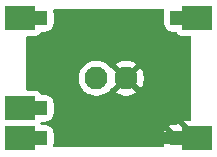
<source format=gbr>
%TF.GenerationSoftware,KiCad,Pcbnew,9.0.1+dfsg-1*%
%TF.CreationDate,2025-05-01T10:58:03+02:00*%
%TF.ProjectId,battery-connector,62617474-6572-4792-9d63-6f6e6e656374,rev?*%
%TF.SameCoordinates,Original*%
%TF.FileFunction,Copper,L2,Bot*%
%TF.FilePolarity,Positive*%
%FSLAX46Y46*%
G04 Gerber Fmt 4.6, Leading zero omitted, Abs format (unit mm)*
G04 Created by KiCad (PCBNEW 9.0.1+dfsg-1) date 2025-05-01 10:58:03*
%MOMM*%
%LPD*%
G01*
G04 APERTURE LIST*
G04 Aperture macros list*
%AMRoundRect*
0 Rectangle with rounded corners*
0 $1 Rounding radius*
0 $2 $3 $4 $5 $6 $7 $8 $9 X,Y pos of 4 corners*
0 Add a 4 corners polygon primitive as box body*
4,1,4,$2,$3,$4,$5,$6,$7,$8,$9,$2,$3,0*
0 Add four circle primitives for the rounded corners*
1,1,$1+$1,$2,$3*
1,1,$1+$1,$4,$5*
1,1,$1+$1,$6,$7*
1,1,$1+$1,$8,$9*
0 Add four rect primitives between the rounded corners*
20,1,$1+$1,$2,$3,$4,$5,0*
20,1,$1+$1,$4,$5,$6,$7,0*
20,1,$1+$1,$6,$7,$8,$9,0*
20,1,$1+$1,$8,$9,$2,$3,0*%
G04 Aperture macros list end*
%TA.AperFunction,ComponentPad*%
%ADD10C,1.950000*%
%TD*%
%TA.AperFunction,CastellatedPad*%
%ADD11R,2.540000X2.000000*%
%TD*%
%TA.AperFunction,ComponentPad*%
%ADD12RoundRect,0.250000X-0.375000X-0.375000X0.375000X-0.375000X0.375000X0.375000X-0.375000X0.375000X0*%
%TD*%
%TA.AperFunction,Conductor*%
%ADD13C,1.000000*%
%TD*%
G04 APERTURE END LIST*
D10*
%TO.P,J1,1*%
%TO.N,VBAT_+*%
X66802000Y-60960000D03*
%TO.P,J1,2*%
%TO.N,VBAT_-*%
X69342000Y-60960000D03*
%TD*%
D11*
%TO.P,M1,1*%
%TO.N,VBAT_+*%
X75352000Y-55880000D03*
D12*
X73652000Y-55880000D03*
D11*
%TO.P,M1,5,GND*%
%TO.N,VBAT_-*%
X75352000Y-66040000D03*
D12*
X73652000Y-66040000D03*
%TO.P,M1,6*%
%TO.N,unconnected-(M1-Pad6)*%
X62052000Y-55880000D03*
D11*
X60352000Y-55880000D03*
D12*
%TO.P,M1,9*%
%TO.N,unconnected-(M1-Pad9)*%
X62052000Y-63500000D03*
D11*
X60352000Y-63500000D03*
D12*
%TO.P,M1,10*%
%TO.N,unconnected-(M1-Pad10)*%
X62052000Y-66040000D03*
D11*
X60352000Y-66040000D03*
%TD*%
D13*
%TO.N,VBAT_-*%
X73152000Y-66040000D02*
X71120000Y-66040000D01*
%TD*%
%TA.AperFunction,Conductor*%
%TO.N,VBAT_-*%
G36*
X72512413Y-55130185D02*
G01*
X72558168Y-55182989D01*
X72568112Y-55252147D01*
X72563081Y-55273496D01*
X72549880Y-55313335D01*
X72537000Y-55352204D01*
X72526500Y-55454983D01*
X72526500Y-56305001D01*
X72526501Y-56305019D01*
X72537000Y-56407796D01*
X72537001Y-56407799D01*
X72592185Y-56574331D01*
X72592186Y-56574334D01*
X72684288Y-56723656D01*
X72808344Y-56847712D01*
X72957666Y-56939814D01*
X73124203Y-56994999D01*
X73226991Y-57005500D01*
X73508533Y-57005499D01*
X73575572Y-57025183D01*
X73621327Y-57077987D01*
X73624714Y-57086164D01*
X73638204Y-57122332D01*
X73638205Y-57122334D01*
X73724452Y-57237544D01*
X73724455Y-57237547D01*
X73839664Y-57323793D01*
X73839671Y-57323797D01*
X73974517Y-57374091D01*
X73974516Y-57374091D01*
X73981444Y-57374835D01*
X74034127Y-57380500D01*
X74727500Y-57380499D01*
X74794539Y-57400183D01*
X74840294Y-57452987D01*
X74851500Y-57504499D01*
X74851500Y-64416000D01*
X74831815Y-64483039D01*
X74779011Y-64528794D01*
X74727500Y-64540000D01*
X74205551Y-64540000D01*
X74815181Y-65149629D01*
X74848666Y-65210952D01*
X74851500Y-65237310D01*
X74851500Y-65331966D01*
X74746742Y-65375359D01*
X74623903Y-65457437D01*
X74519894Y-65561445D01*
X73689041Y-64730592D01*
X73638647Y-64797910D01*
X73625061Y-64834335D01*
X73583189Y-64890268D01*
X73517724Y-64914684D01*
X73508880Y-64915000D01*
X73227029Y-64915000D01*
X73227012Y-64915001D01*
X73124302Y-64925494D01*
X72957878Y-64980642D01*
X72957873Y-64980644D01*
X72950651Y-64985098D01*
X72950650Y-64985099D01*
X73630551Y-65665000D01*
X73602630Y-65665000D01*
X73507255Y-65690556D01*
X73421745Y-65739925D01*
X73351925Y-65809745D01*
X73302556Y-65895255D01*
X73277000Y-65990630D01*
X73277000Y-66018551D01*
X72597099Y-65338650D01*
X72597098Y-65338651D01*
X72592644Y-65345873D01*
X72592642Y-65345877D01*
X72537494Y-65512302D01*
X72537493Y-65512309D01*
X72527000Y-65615013D01*
X72527000Y-66464971D01*
X72527001Y-66464987D01*
X72537493Y-66567695D01*
X72563606Y-66646495D01*
X72566008Y-66716324D01*
X72530277Y-66776366D01*
X72467756Y-66807559D01*
X72445900Y-66809500D01*
X63258626Y-66809500D01*
X63191587Y-66789815D01*
X63145832Y-66737011D01*
X63135888Y-66667853D01*
X63140918Y-66646503D01*
X63166999Y-66567797D01*
X63177500Y-66465009D01*
X63177499Y-65614992D01*
X63166999Y-65512203D01*
X63111814Y-65345666D01*
X63019712Y-65196344D01*
X62895656Y-65072288D01*
X62765694Y-64992127D01*
X62746336Y-64980187D01*
X62746331Y-64980185D01*
X62744862Y-64979698D01*
X62579797Y-64925001D01*
X62579795Y-64925000D01*
X62477016Y-64914500D01*
X62477009Y-64914500D01*
X62195466Y-64914500D01*
X62174220Y-64908261D01*
X62152132Y-64906682D01*
X62141348Y-64898609D01*
X62128427Y-64894815D01*
X62113927Y-64878081D01*
X62096199Y-64864810D01*
X62085585Y-64845373D01*
X62082672Y-64842011D01*
X62079284Y-64833833D01*
X62071638Y-64813333D01*
X62066654Y-64743641D01*
X62071639Y-64726664D01*
X62079286Y-64706163D01*
X62121159Y-64650230D01*
X62186624Y-64625815D01*
X62195467Y-64625499D01*
X62477002Y-64625499D01*
X62477008Y-64625499D01*
X62579797Y-64614999D01*
X62746334Y-64559814D01*
X62895656Y-64467712D01*
X63019712Y-64343656D01*
X63111814Y-64194334D01*
X63166999Y-64027797D01*
X63177500Y-63925009D01*
X63177499Y-63074992D01*
X63166999Y-62972203D01*
X63111814Y-62805666D01*
X63019712Y-62656344D01*
X62895656Y-62532288D01*
X62746334Y-62440186D01*
X62579797Y-62385001D01*
X62579795Y-62385000D01*
X62477016Y-62374500D01*
X62477009Y-62374500D01*
X62195467Y-62374500D01*
X62128428Y-62354815D01*
X62082673Y-62302011D01*
X62079285Y-62293834D01*
X62065796Y-62257669D01*
X62065793Y-62257664D01*
X61979547Y-62142455D01*
X61979544Y-62142452D01*
X61864335Y-62056206D01*
X61864328Y-62056202D01*
X61729482Y-62005908D01*
X61729483Y-62005908D01*
X61669883Y-61999501D01*
X61669881Y-61999500D01*
X61669873Y-61999500D01*
X61669865Y-61999500D01*
X60976500Y-61999500D01*
X60909461Y-61979815D01*
X60863706Y-61927011D01*
X60852500Y-61875500D01*
X60852500Y-60843870D01*
X65326500Y-60843870D01*
X65326500Y-61076129D01*
X65362831Y-61305514D01*
X65434601Y-61526400D01*
X65539907Y-61733071D01*
X65540039Y-61733331D01*
X65676551Y-61921224D01*
X65840776Y-62085449D01*
X66028669Y-62221961D01*
X66098740Y-62257664D01*
X66235599Y-62327398D01*
X66235601Y-62327398D01*
X66235604Y-62327400D01*
X66456486Y-62399169D01*
X66574668Y-62417886D01*
X66685871Y-62435500D01*
X66685876Y-62435500D01*
X66918129Y-62435500D01*
X67019502Y-62419443D01*
X67147514Y-62399169D01*
X67368396Y-62327400D01*
X67575331Y-62221961D01*
X67763224Y-62085449D01*
X67927449Y-61921224D01*
X67973588Y-61857718D01*
X68028915Y-61815055D01*
X68083634Y-61806988D01*
X68137238Y-61811207D01*
X68740958Y-61207487D01*
X68765978Y-61267890D01*
X68837112Y-61374351D01*
X68927649Y-61464888D01*
X69034110Y-61536022D01*
X69094510Y-61561041D01*
X68490791Y-62164759D01*
X68490791Y-62164760D01*
X68568935Y-62221534D01*
X68775794Y-62326934D01*
X68996606Y-62398681D01*
X69225910Y-62435000D01*
X69458090Y-62435000D01*
X69687393Y-62398681D01*
X69908205Y-62326934D01*
X70115071Y-62221530D01*
X70193207Y-62164762D01*
X70193208Y-62164760D01*
X69589488Y-61561041D01*
X69649890Y-61536022D01*
X69756351Y-61464888D01*
X69846888Y-61374351D01*
X69918022Y-61267890D01*
X69943041Y-61207489D01*
X70546760Y-61811208D01*
X70546762Y-61811207D01*
X70603530Y-61733071D01*
X70708934Y-61526205D01*
X70780681Y-61305393D01*
X70817000Y-61076090D01*
X70817000Y-60843909D01*
X70780681Y-60614606D01*
X70708934Y-60393794D01*
X70603534Y-60186935D01*
X70546760Y-60108791D01*
X70546759Y-60108791D01*
X69943041Y-60712510D01*
X69918022Y-60652110D01*
X69846888Y-60545649D01*
X69756351Y-60455112D01*
X69649890Y-60383978D01*
X69589487Y-60358957D01*
X70193207Y-59755238D01*
X70115064Y-59698465D01*
X69908205Y-59593065D01*
X69687393Y-59521318D01*
X69458090Y-59485000D01*
X69225910Y-59485000D01*
X68996606Y-59521318D01*
X68775794Y-59593065D01*
X68568925Y-59698470D01*
X68490791Y-59755237D01*
X68490791Y-59755238D01*
X69094511Y-60358958D01*
X69034110Y-60383978D01*
X68927649Y-60455112D01*
X68837112Y-60545649D01*
X68765978Y-60652110D01*
X68740958Y-60712511D01*
X68137238Y-60108791D01*
X68083632Y-60113010D01*
X68015255Y-60098646D01*
X67973585Y-60062277D01*
X67927451Y-59998779D01*
X67927446Y-59998773D01*
X67763226Y-59834553D01*
X67763224Y-59834551D01*
X67575331Y-59698039D01*
X67368400Y-59592601D01*
X67147514Y-59520831D01*
X66918129Y-59484500D01*
X66918124Y-59484500D01*
X66685876Y-59484500D01*
X66685871Y-59484500D01*
X66456485Y-59520831D01*
X66235599Y-59592601D01*
X66028668Y-59698039D01*
X65840773Y-59834553D01*
X65676553Y-59998773D01*
X65540039Y-60186668D01*
X65434601Y-60393599D01*
X65362831Y-60614485D01*
X65326500Y-60843870D01*
X60852500Y-60843870D01*
X60852500Y-57504499D01*
X60872185Y-57437460D01*
X60924989Y-57391705D01*
X60976500Y-57380499D01*
X61669871Y-57380499D01*
X61669872Y-57380499D01*
X61729483Y-57374091D01*
X61864331Y-57323796D01*
X61979546Y-57237546D01*
X62065796Y-57122331D01*
X62079285Y-57086166D01*
X62121156Y-57030232D01*
X62186620Y-57005815D01*
X62195467Y-57005499D01*
X62477002Y-57005499D01*
X62477008Y-57005499D01*
X62579797Y-56994999D01*
X62746334Y-56939814D01*
X62895656Y-56847712D01*
X63019712Y-56723656D01*
X63111814Y-56574334D01*
X63166999Y-56407797D01*
X63177500Y-56305009D01*
X63177499Y-55454992D01*
X63166999Y-55352203D01*
X63140921Y-55273504D01*
X63138519Y-55203676D01*
X63174251Y-55143634D01*
X63236771Y-55112441D01*
X63258627Y-55110500D01*
X72445374Y-55110500D01*
X72512413Y-55130185D01*
G37*
%TD.AperFunction*%
%TD*%
M02*

</source>
